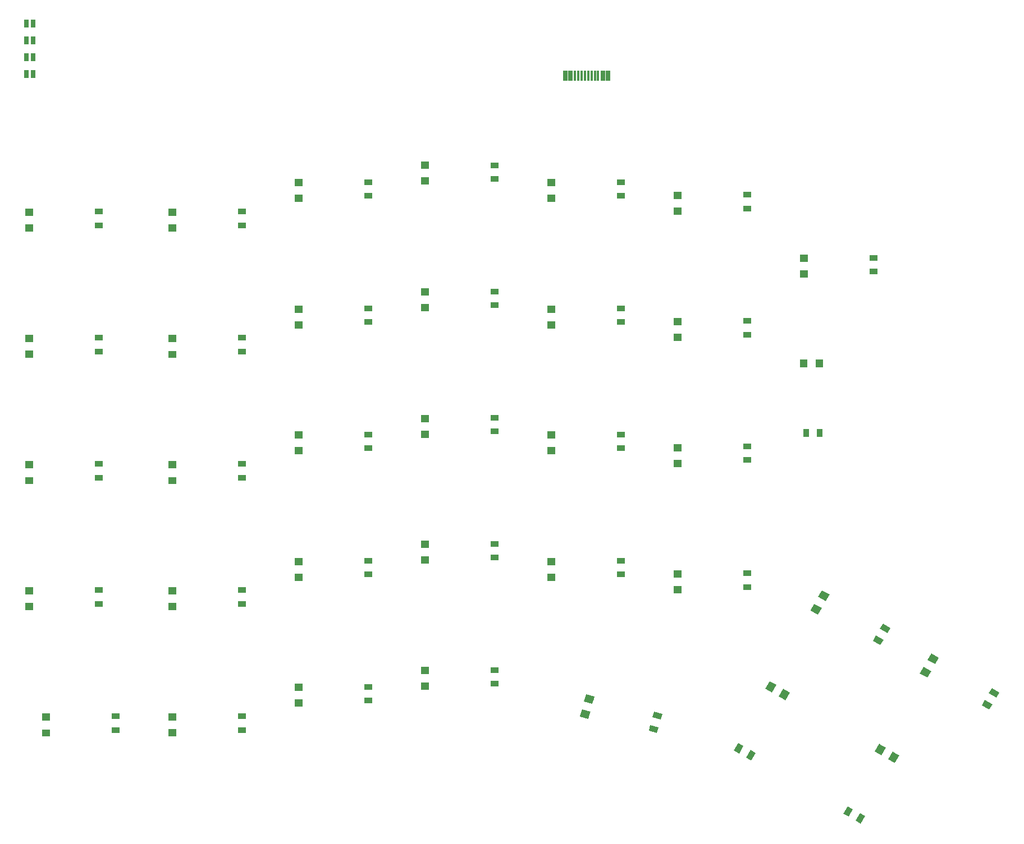
<source format=gtp>
G04 #@! TF.GenerationSoftware,KiCad,Pcbnew,(5.1.5)-3*
G04 #@! TF.CreationDate,2020-05-15T01:17:07+04:00*
G04 #@! TF.ProjectId,redox_rev2_ng-THT,7265646f-785f-4726-9576-325f6e672d54,2.0 NG*
G04 #@! TF.SameCoordinates,Original*
G04 #@! TF.FileFunction,Paste,Top*
G04 #@! TF.FilePolarity,Positive*
%FSLAX46Y46*%
G04 Gerber Fmt 4.6, Leading zero omitted, Abs format (unit mm)*
G04 Created by KiCad (PCBNEW (5.1.5)-3) date 2020-05-15 01:17:07*
%MOMM*%
%LPD*%
G04 APERTURE LIST*
%ADD10R,0.700000X1.550000*%
%ADD11R,0.400000X1.550000*%
%ADD12R,1.300000X0.900000*%
%ADD13C,0.100000*%
%ADD14R,0.900000X1.300000*%
%ADD15R,1.300000X0.700000*%
%ADD16R,1.300000X1.100000*%
%ADD17R,0.700000X1.300000*%
%ADD18R,1.100000X1.300000*%
%ADD19R,0.635000X1.143000*%
G04 APERTURE END LIST*
D10*
X173425000Y-49100000D03*
X172650000Y-49100000D03*
D11*
X171950000Y-49100000D03*
X171450000Y-49100000D03*
X170950000Y-49100000D03*
X170450000Y-49100000D03*
X169950000Y-49100000D03*
X169450000Y-49100000D03*
X168950000Y-49100000D03*
X168450000Y-49100000D03*
D10*
X167750000Y-49100000D03*
X166975000Y-49100000D03*
D12*
X96647000Y-71662000D03*
X96647000Y-69562000D03*
X96647000Y-90712000D03*
X96647000Y-88612000D03*
X96647000Y-109762000D03*
X96647000Y-107662000D03*
X96647000Y-128812000D03*
X96647000Y-126712000D03*
X99187000Y-147862000D03*
X99187000Y-145762000D03*
X118237000Y-71662000D03*
X118237000Y-69562000D03*
X118237000Y-90712000D03*
X118237000Y-88612000D03*
X118237000Y-109762000D03*
X118237000Y-107662000D03*
X118237000Y-128812000D03*
X118237000Y-126712000D03*
X118200000Y-147862000D03*
X118200000Y-145762000D03*
X137300000Y-67217000D03*
X137300000Y-65117000D03*
X137300000Y-86267000D03*
X137300000Y-84167000D03*
X137287000Y-105317000D03*
X137287000Y-103217000D03*
X137287000Y-124367000D03*
X137287000Y-122267000D03*
X137287000Y-143417000D03*
X137287000Y-141317000D03*
X156337000Y-64677000D03*
X156337000Y-62577000D03*
X156337000Y-83727000D03*
X156337000Y-81627000D03*
X156300000Y-102777000D03*
X156300000Y-100677000D03*
X156337000Y-121827000D03*
X156337000Y-119727000D03*
X156337000Y-140877000D03*
X156337000Y-138777000D03*
X175387000Y-67217000D03*
X175387000Y-65117000D03*
X175387000Y-86267000D03*
X175387000Y-84167000D03*
X175387000Y-105317000D03*
X175387000Y-103217000D03*
X175400000Y-124367000D03*
X175400000Y-122267000D03*
D13*
G36*
X179810857Y-147096323D02*
G01*
X181066560Y-147432788D01*
X180833623Y-148302121D01*
X179577920Y-147965656D01*
X179810857Y-147096323D01*
G37*
G36*
X180354377Y-145067879D02*
G01*
X181610080Y-145404344D01*
X181377143Y-146273677D01*
X180121440Y-145937212D01*
X180354377Y-145067879D01*
G37*
D12*
X194437000Y-69122000D03*
X194437000Y-67022000D03*
X194437000Y-88172000D03*
X194437000Y-86072000D03*
X194400000Y-107095000D03*
X194400000Y-104995000D03*
X194400000Y-126272000D03*
X194400000Y-124172000D03*
D13*
G36*
X193861384Y-150267083D02*
G01*
X193211384Y-151392917D01*
X192431962Y-150942917D01*
X193081962Y-149817083D01*
X193861384Y-150267083D01*
G37*
G36*
X195680038Y-151317083D02*
G01*
X195030038Y-152442917D01*
X194250616Y-151992917D01*
X194900616Y-150867083D01*
X195680038Y-151317083D01*
G37*
D12*
X213487000Y-78647000D03*
X213487000Y-76547000D03*
D14*
X203293000Y-102997000D03*
X205393000Y-102997000D03*
D13*
G36*
X213837083Y-133594616D02*
G01*
X214962917Y-134244616D01*
X214512917Y-135024038D01*
X213387083Y-134374038D01*
X213837083Y-133594616D01*
G37*
G36*
X214887083Y-131775962D02*
G01*
X216012917Y-132425962D01*
X215562917Y-133205384D01*
X214437083Y-132555384D01*
X214887083Y-131775962D01*
G37*
G36*
X230277083Y-143323616D02*
G01*
X231402917Y-143973616D01*
X230952917Y-144753038D01*
X229827083Y-144103038D01*
X230277083Y-143323616D01*
G37*
G36*
X231327083Y-141504962D02*
G01*
X232452917Y-142154962D01*
X232002917Y-142934384D01*
X230877083Y-142284384D01*
X231327083Y-141504962D01*
G37*
G36*
X210371384Y-159792083D02*
G01*
X209721384Y-160917917D01*
X208941962Y-160467917D01*
X209591962Y-159342083D01*
X210371384Y-159792083D01*
G37*
G36*
X212190038Y-160842083D02*
G01*
X211540038Y-161967917D01*
X210760616Y-161517917D01*
X211410616Y-160392083D01*
X212190038Y-160842083D01*
G37*
D15*
X86106000Y-69466000D03*
X86106000Y-72266000D03*
D16*
X86106000Y-69716000D03*
X86106000Y-72016000D03*
D15*
X86100000Y-88500000D03*
X86100000Y-91300000D03*
D16*
X86100000Y-88750000D03*
X86100000Y-91050000D03*
D15*
X86100000Y-107600000D03*
X86100000Y-110400000D03*
D16*
X86100000Y-107850000D03*
X86100000Y-110150000D03*
D15*
X86100000Y-126600000D03*
X86100000Y-129400000D03*
D16*
X86100000Y-126850000D03*
X86100000Y-129150000D03*
D15*
X88700000Y-145700000D03*
X88700000Y-148500000D03*
D16*
X88700000Y-145950000D03*
X88700000Y-148250000D03*
D15*
X107696000Y-69466000D03*
X107696000Y-72266000D03*
D16*
X107696000Y-69716000D03*
X107696000Y-72016000D03*
D15*
X107700000Y-88550000D03*
X107700000Y-91350000D03*
D16*
X107700000Y-88800000D03*
X107700000Y-91100000D03*
D15*
X107700000Y-107600000D03*
X107700000Y-110400000D03*
D16*
X107700000Y-107850000D03*
X107700000Y-110150000D03*
D15*
X107700000Y-126600000D03*
X107700000Y-129400000D03*
D16*
X107700000Y-126850000D03*
X107700000Y-129150000D03*
D15*
X107700000Y-145650000D03*
X107700000Y-148450000D03*
D16*
X107700000Y-145900000D03*
X107700000Y-148200000D03*
D15*
X126746000Y-65000000D03*
X126746000Y-67800000D03*
D16*
X126746000Y-65250000D03*
X126746000Y-67550000D03*
D15*
X126800000Y-84100000D03*
X126800000Y-86900000D03*
D16*
X126800000Y-84350000D03*
X126800000Y-86650000D03*
D15*
X126800000Y-103100000D03*
X126800000Y-105900000D03*
D16*
X126800000Y-103350000D03*
X126800000Y-105650000D03*
D15*
X126800000Y-122200000D03*
X126800000Y-125000000D03*
D16*
X126800000Y-122450000D03*
X126800000Y-124750000D03*
D15*
X126800000Y-141200000D03*
X126800000Y-144000000D03*
D16*
X126800000Y-141450000D03*
X126800000Y-143750000D03*
D15*
X145796000Y-62354000D03*
X145796000Y-65154000D03*
D16*
X145796000Y-62604000D03*
X145796000Y-64904000D03*
D15*
X145800000Y-81500000D03*
X145800000Y-84300000D03*
D16*
X145800000Y-81750000D03*
X145800000Y-84050000D03*
D15*
X145800000Y-100600000D03*
X145800000Y-103400000D03*
D16*
X145800000Y-100850000D03*
X145800000Y-103150000D03*
D15*
X145800000Y-119600000D03*
X145800000Y-122400000D03*
D16*
X145800000Y-119850000D03*
X145800000Y-122150000D03*
D15*
X145800000Y-138650000D03*
X145800000Y-141450000D03*
D16*
X145800000Y-138900000D03*
X145800000Y-141200000D03*
D15*
X164846000Y-65000000D03*
X164846000Y-67800000D03*
D16*
X164846000Y-65250000D03*
X164846000Y-67550000D03*
D15*
X164900000Y-84100000D03*
X164900000Y-86900000D03*
D16*
X164900000Y-84350000D03*
X164900000Y-86650000D03*
D15*
X164900000Y-103100000D03*
X164900000Y-105900000D03*
D16*
X164900000Y-103350000D03*
X164900000Y-105650000D03*
D15*
X164900000Y-122200000D03*
X164900000Y-125000000D03*
D16*
X164900000Y-122450000D03*
X164900000Y-124750000D03*
D13*
G36*
X171197254Y-143443195D02*
G01*
X169941551Y-143106731D01*
X170122724Y-142430583D01*
X171378427Y-142767047D01*
X171197254Y-143443195D01*
G37*
G36*
X170472560Y-146147787D02*
G01*
X169216857Y-145811323D01*
X169398030Y-145135175D01*
X170653733Y-145471639D01*
X170472560Y-146147787D01*
G37*
G36*
X171080785Y-143877862D02*
G01*
X169825082Y-143541397D01*
X170109783Y-142478878D01*
X171365486Y-142815343D01*
X171080785Y-143877862D01*
G37*
G36*
X170485501Y-146099492D02*
G01*
X169229798Y-145763027D01*
X169514499Y-144700508D01*
X170770202Y-145036973D01*
X170485501Y-146099492D01*
G37*
D15*
X183900000Y-66900000D03*
X183900000Y-69700000D03*
D16*
X183900000Y-67150000D03*
X183900000Y-69450000D03*
D15*
X183900000Y-86000000D03*
X183900000Y-88800000D03*
D16*
X183900000Y-86250000D03*
X183900000Y-88550000D03*
D15*
X183900000Y-105000000D03*
X183900000Y-107800000D03*
D16*
X183900000Y-105250000D03*
X183900000Y-107550000D03*
D15*
X183900000Y-124100000D03*
X183900000Y-126900000D03*
D16*
X183900000Y-124350000D03*
X183900000Y-126650000D03*
D13*
G36*
X199584327Y-142987917D02*
G01*
X200234327Y-141862083D01*
X200840545Y-142212083D01*
X200190545Y-143337917D01*
X199584327Y-142987917D01*
G37*
G36*
X197159455Y-141587917D02*
G01*
X197809455Y-140462083D01*
X198415673Y-140812083D01*
X197765673Y-141937917D01*
X197159455Y-141587917D01*
G37*
G36*
X199194615Y-142762917D02*
G01*
X199844615Y-141637083D01*
X200797243Y-142187083D01*
X200147243Y-143312917D01*
X199194615Y-142762917D01*
G37*
G36*
X197202757Y-141612917D02*
G01*
X197852757Y-140487083D01*
X198805385Y-141037083D01*
X198155385Y-142162917D01*
X197202757Y-141612917D01*
G37*
D15*
X202946000Y-76400000D03*
X202946000Y-79200000D03*
D16*
X202946000Y-76650000D03*
X202946000Y-78950000D03*
D17*
X205500000Y-92456000D03*
X202700000Y-92456000D03*
D18*
X205250000Y-92456000D03*
X202950000Y-92456000D03*
D13*
G36*
X206487917Y-128015673D02*
G01*
X205362083Y-127365673D01*
X205712083Y-126759455D01*
X206837917Y-127409455D01*
X206487917Y-128015673D01*
G37*
G36*
X205087917Y-130440545D02*
G01*
X203962083Y-129790545D01*
X204312083Y-129184327D01*
X205437917Y-129834327D01*
X205087917Y-130440545D01*
G37*
G36*
X206262917Y-128405385D02*
G01*
X205137083Y-127755385D01*
X205687083Y-126802757D01*
X206812917Y-127452757D01*
X206262917Y-128405385D01*
G37*
G36*
X205112917Y-130397243D02*
G01*
X203987083Y-129747243D01*
X204537083Y-128794615D01*
X205662917Y-129444615D01*
X205112917Y-130397243D01*
G37*
G36*
X222987917Y-137515673D02*
G01*
X221862083Y-136865673D01*
X222212083Y-136259455D01*
X223337917Y-136909455D01*
X222987917Y-137515673D01*
G37*
G36*
X221587917Y-139940545D02*
G01*
X220462083Y-139290545D01*
X220812083Y-138684327D01*
X221937917Y-139334327D01*
X221587917Y-139940545D01*
G37*
G36*
X222762917Y-137905385D02*
G01*
X221637083Y-137255385D01*
X222187083Y-136302757D01*
X223312917Y-136952757D01*
X222762917Y-137905385D01*
G37*
G36*
X221612917Y-139897243D02*
G01*
X220487083Y-139247243D01*
X221037083Y-138294615D01*
X222162917Y-138944615D01*
X221612917Y-139897243D01*
G37*
G36*
X216080256Y-152462917D02*
G01*
X216730256Y-151337083D01*
X217336474Y-151687083D01*
X216686474Y-152812917D01*
X216080256Y-152462917D01*
G37*
G36*
X213655384Y-151062917D02*
G01*
X214305384Y-149937083D01*
X214911602Y-150287083D01*
X214261602Y-151412917D01*
X213655384Y-151062917D01*
G37*
G36*
X215690544Y-152237917D02*
G01*
X216340544Y-151112083D01*
X217293172Y-151662083D01*
X216643172Y-152787917D01*
X215690544Y-152237917D01*
G37*
G36*
X213698686Y-151087917D02*
G01*
X214348686Y-149962083D01*
X215301314Y-150512083D01*
X214651314Y-151637917D01*
X213698686Y-151087917D01*
G37*
D19*
X85734620Y-48802000D03*
X86735380Y-48802000D03*
X85734620Y-46242000D03*
X86735380Y-46242000D03*
X85734620Y-43759000D03*
X86735380Y-43759000D03*
X85734620Y-41199000D03*
X86735380Y-41199000D03*
M02*

</source>
